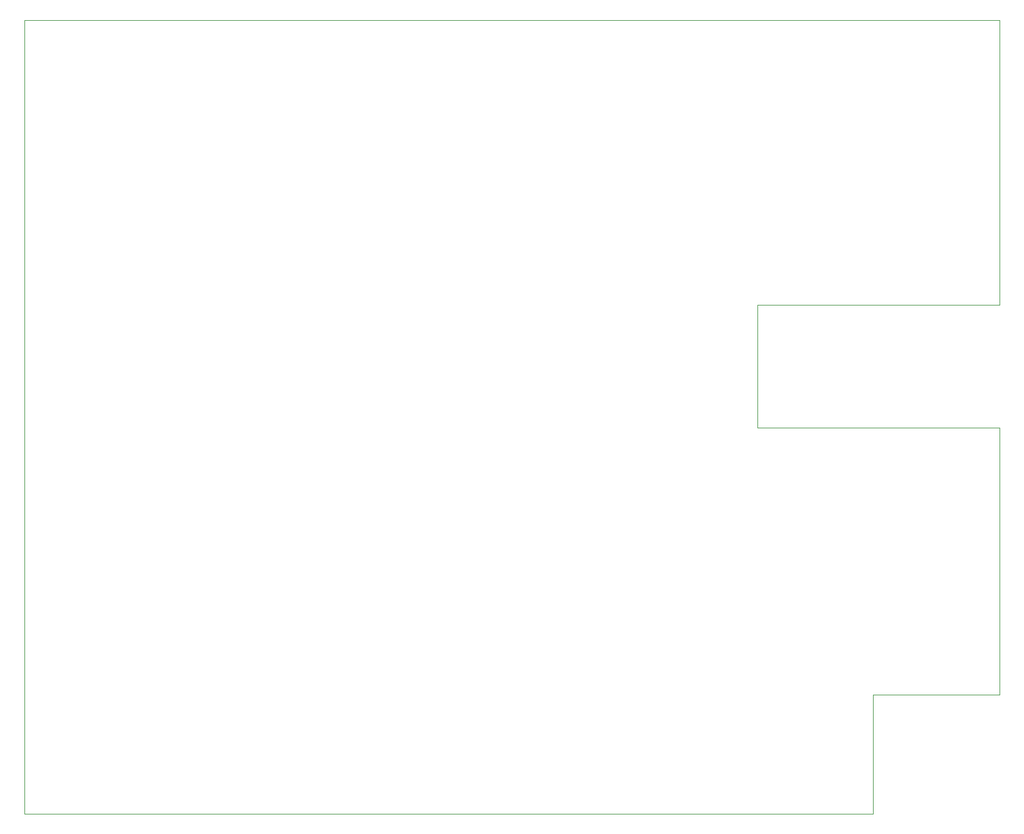
<source format=gtp>
G04 #@! TF.GenerationSoftware,KiCad,Pcbnew,(6.0.1)*
G04 #@! TF.CreationDate,2022-09-12T17:23:34+02:00*
G04 #@! TF.ProjectId,Output-mixer,4f757470-7574-42d6-9d69-7865722e6b69,rev?*
G04 #@! TF.SameCoordinates,Original*
G04 #@! TF.FileFunction,Paste,Top*
G04 #@! TF.FilePolarity,Positive*
%FSLAX46Y46*%
G04 Gerber Fmt 4.6, Leading zero omitted, Abs format (unit mm)*
G04 Created by KiCad (PCBNEW (6.0.1)) date 2022-09-12 17:23:34*
%MOMM*%
%LPD*%
G01*
G04 APERTURE LIST*
G04 #@! TA.AperFunction,Profile*
%ADD10C,0.050000*%
G04 #@! TD*
G04 #@! TA.AperFunction,Profile*
%ADD11C,0.100000*%
G04 #@! TD*
G04 APERTURE END LIST*
D10*
X152000000Y-31000000D02*
X152000000Y-70500000D01*
X17000000Y-31000000D02*
X17000000Y-141000000D01*
X17000000Y-31000000D02*
X152000000Y-31000000D01*
D11*
X118500000Y-87500000D02*
X118500000Y-70500000D01*
X152000000Y-87500000D02*
X118500000Y-87500000D01*
X152000000Y-87500000D02*
X152000000Y-124500000D01*
X118500000Y-70500000D02*
X152000000Y-70500000D01*
D10*
X17000000Y-141000000D02*
X134500000Y-141000000D01*
D11*
X152000000Y-124500000D02*
X134500000Y-124500000D01*
X134500000Y-124500000D02*
X134500000Y-141000000D01*
M02*

</source>
